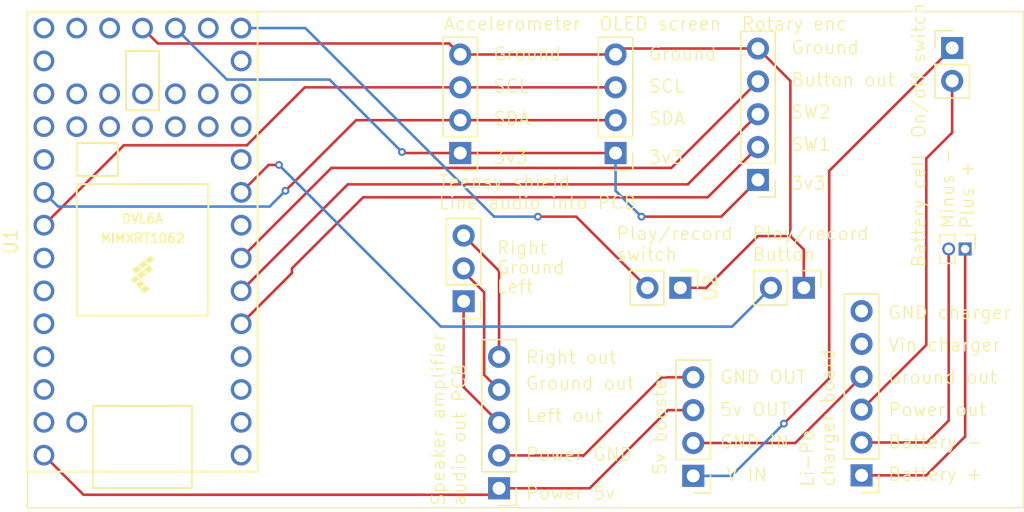
<source format=kicad_pcb>
(kicad_pcb (version 20240108) (generator "pcbnew") (generator_version "8.0")
  (layers (0 "F.Cu" signal) (31 "B.Cu" signal) (34 "B.Paste" user) (35 "F.Paste" user) (36 "B.SilkS" user "B.Silkscreen") (37 "F.SilkS" user "F.Silkscreen") (38 "B.Mask" user) (39 "F.Mask" user) (44 "Edge.Cuts" user))
  (net 0 "")
  (net 1 "Net-(BT1-+)")
  (net 2 "Net-(BT1--)")
  (net 3 "Net-(U1-7_RX2_OUT1A)")
  (net 37 "Net-(5v_booster1-5V_out)")
  (net 38 "Net-(5v_booster1-GND_out)")
  (net 39 "Net-(5v_booster1-GND_in)")
  (net 40 "Net-(5v_booster1-V_in)")
  (net 41 "Net-(Accel1-SCL)")
  (net 42 "Net-(Accel1-3V3)")
  (net 43 "Net-(Accel1-SDA)")
  (net 44 "Net-(Accel1-GND)")
  (net 45 "Net-(AudioLine1-Right)")
  (net 46 "Net-(AudioLine1-Left)")
  (net 47 "Net-(AudioLine1-Ground)")
  (net 48 "Net-(Charger1-Vout)")
  (net 51 "Net-(Rotary1-BTN)")
  (net 52 "Net-(Rotary1-SW1)")
  (net 53 "Net-(Rotary1-SW2)")
  (net 54 "Net-(U1-12_MISO_MQSL)")
  (footprint "Connector_PinHeader_1.27mm:PinHeader_1x02_P1.27mm_Vertical" (layer "F.Cu") (at 205 89.5 -90)
    (property "Reference" "BT1" (hide yes))
    (property "Value" "Battery_Cell" (hide yes))
    (fp_line (start -1.11 1.965) (end -0.30753 1.965) (stroke (width 0.12)) (layer "F.SilkS"))
    (fp_line (start 0.30753 1.965) (end 1.11 1.965) (stroke (width 0.12)) (layer "F.SilkS"))
    (fp_line (start -1.11 0.76) (end -1.11 1.965) (stroke (width 0.12)) (layer "F.SilkS"))
    (fp_line (start -1.11 0.76) (end -0.563471 0.76) (stroke (width 0.12)) (layer "F.SilkS"))
    (fp_line (start 0.563471 0.76) (end 1.11 0.76) (stroke (width 0.12)) (layer "F.SilkS"))
    (fp_line (start 1.11 0.76) (end 1.11 1.965) (stroke (width 0.12)) (layer "F.SilkS"))
    (fp_line (start -1.11 0) (end -1.11 -0.76) (stroke (width 0.12)) (layer "F.SilkS"))
    (fp_line (start -1.11 -0.76) (end 0 -0.76) (stroke (width 0.12)) (layer "F.SilkS"))
    (pad "1" thru_hole rect (at 0 0 270) (size 1 1) (drill 0.65) (layers "*.Cu" "*.Mask") (net 1 "Net-(BT1-+)"))
    (pad "2" thru_hole oval (at 0 1.27 270) (size 1 1) (drill 0.65) (layers "*.Cu" "*.Mask") (net 2 "Net-(BT1--)"))
  )
  (footprint "Connector_PinHeader_2.54mm:PinHeader_1x05_P2.54mm_Vertical" (layer "F.Cu") (at 169 108 180)
    (property "Reference" "Speakeramp1" (hide yes))
    (property "Value" "~")
    (fp_line (start 1.33 1.27) (end 1.33 11.49) (stroke (width 0.12)) (layer "F.SilkS"))
    (fp_line (start -1.33 11.49) (end 1.33 11.49) (stroke (width 0.12)) (layer "F.SilkS"))
    (fp_line (start -1.33 1.27) (end 1.33 1.27) (stroke (width 0.12)) (layer "F.SilkS"))
    (fp_line (start -1.33 1.27) (end -1.33 11.49) (stroke (width 0.12)) (layer "F.SilkS"))
    (fp_line (start -1.33 0) (end -1.33 -1.33) (stroke (width 0.12)) (layer "F.SilkS"))
    (fp_line (start -1.33 -1.33) (end 0 -1.33) (stroke (width 0.12)) (layer "F.SilkS"))
    (pad "1" thru_hole rect (at 0 0 180) (size 1.7 1.7) (drill 1) (layers "*.Cu" "*.Mask") (net 37 "Net-(5v_booster1-5V_out)"))
    (pad "2" thru_hole oval (at 0 2.54 180) (size 1.7 1.7) (drill 1) (layers "*.Cu" "*.Mask") (net 38 "Net-(5v_booster1-GND_out)"))
    (pad "3" thru_hole oval (at 0 5.08 180) (size 1.7 1.7) (drill 1) (layers "*.Cu" "*.Mask") (net 46 "Net-(AudioLine1-Left)"))
    (pad "4" thru_hole oval (at 0 7.62 180) (size 1.7 1.7) (drill 1) (layers "*.Cu" "*.Mask") (net 47 "Net-(AudioLine1-Ground)"))
    (pad "5" thru_hole oval (at 0 10.16 180) (size 1.7 1.7) (drill 1) (layers "*.Cu" "*.Mask") (net 45 "Net-(AudioLine1-Right)"))
  )
  (footprint "Connector_PinHeader_2.54mm:PinHeader_1x04_P2.54mm_Vertical" (layer "F.Cu") (at 178 82.08 180)
    (property "Reference" "OLED1" (hide yes))
    (property "Value" "~")
    (fp_line (start 1.33 1.27) (end 1.33 8.95) (stroke (width 0.12)) (layer "F.SilkS"))
    (fp_line (start -1.33 8.95) (end 1.33 8.95) (stroke (width 0.12)) (layer "F.SilkS"))
    (fp_line (start -1.33 1.27) (end 1.33 1.27) (stroke (width 0.12)) (layer "F.SilkS"))
    (fp_line (start -1.33 1.27) (end -1.33 8.95) (stroke (width 0.12)) (layer "F.SilkS"))
    (fp_line (start -1.33 0) (end -1.33 -1.33) (stroke (width 0.12)) (layer "F.SilkS"))
    (fp_line (start -1.33 -1.33) (end 0 -1.33) (stroke (width 0.12)) (layer "F.SilkS"))
    (pad "1" thru_hole rect (at 0 0 180) (size 1.7 1.7) (drill 1) (layers "*.Cu" "*.Mask") (net 42 "Net-(Accel1-3V3)"))
    (pad "2" thru_hole oval (at 0 2.54 180) (size 1.7 1.7) (drill 1) (layers "*.Cu" "*.Mask") (net 43 "Net-(Accel1-SDA)"))
    (pad "3" thru_hole oval (at 0 5.08 180) (size 1.7 1.7) (drill 1) (layers "*.Cu" "*.Mask") (net 41 "Net-(Accel1-SCL)"))
    (pad "4" thru_hole oval (at 0 7.62 180) (size 1.7 1.7) (drill 1) (layers "*.Cu" "*.Mask") (net 44 "Net-(Accel1-GND)"))
  )
  (footprint "Connector_PinHeader_2.54mm:PinHeader_1x04_P2.54mm_Vertical" (layer "F.Cu") (at 166 82.08 180)
    (property "Reference" "Accel1" (hide yes))
    (property "Value" "~")
    (fp_line (start 1.33 1.27) (end 1.33 8.95) (stroke (width 0.12)) (layer "F.SilkS"))
    (fp_line (start -1.33 8.95) (end 1.33 8.95) (stroke (width 0.12)) (layer "F.SilkS"))
    (fp_line (start -1.33 1.27) (end 1.33 1.27) (stroke (width 0.12)) (layer "F.SilkS"))
    (fp_line (start -1.33 1.27) (end -1.33 8.95) (stroke (width 0.12)) (layer "F.SilkS"))
    (fp_line (start -1.33 0) (end -1.33 -1.33) (stroke (width 0.12)) (layer "F.SilkS"))
    (fp_line (start -1.33 -1.33) (end 0 -1.33) (stroke (width 0.12)) (layer "F.SilkS"))
    (pad "1" thru_hole rect (at 0 0 180) (size 1.7 1.7) (drill 1) (layers "*.Cu" "*.Mask") (net 42 "Net-(Accel1-3V3)"))
    (pad "2" thru_hole oval (at 0 2.54 180) (size 1.7 1.7) (drill 1) (layers "*.Cu" "*.Mask") (net 43 "Net-(Accel1-SDA)"))
    (pad "3" thru_hole oval (at 0 5.08 180) (size 1.7 1.7) (drill 1) (layers "*.Cu" "*.Mask") (net 41 "Net-(Accel1-SCL)"))
    (pad "4" thru_hole oval (at 0 7.62 180) (size 1.7 1.7) (drill 1) (layers "*.Cu" "*.Mask") (net 44 "Net-(Accel1-GND)"))
  )
  (footprint "Connector_PinHeader_2.54mm:PinHeader_1x02_P2.54mm_Vertical" (layer "F.Cu") (at 204 73.96)
    (property "Reference" "ON/OFF_SW1" (hide yes))
    (property "Value" "onoff_sw")
    (fp_line (start -1.33 -1.33) (end 0 -1.33) (stroke (width 0.12)) (layer "F.SilkS"))
    (fp_line (start -1.33 0) (end -1.33 -1.33) (stroke (width 0.12)) (layer "F.SilkS"))
    (fp_line (start -1.33 1.27) (end -1.33 3.87) (stroke (width 0.12)) (layer "F.SilkS"))
    (fp_line (start -1.33 1.27) (end 1.33 1.27) (stroke (width 0.12)) (layer "F.SilkS"))
    (fp_line (start -1.33 3.87) (end 1.33 3.87) (stroke (width 0.12)) (layer "F.SilkS"))
    (fp_line (start 1.33 1.27) (end 1.33 3.87) (stroke (width 0.12)) (layer "F.SilkS"))
    (pad "1" thru_hole rect (at 0 0) (size 1.7 1.7) (drill 1) (layers "*.Cu" "*.Mask") (net 40 "Net-(5v_booster1-V_in)"))
    (pad "2" thru_hole oval (at 0 2.54) (size 1.7 1.7) (drill 1) (layers "*.Cu" "*.Mask") (net 48 "Net-(Charger1-Vout)"))
  )
  (footprint "Connector_PinHeader_2.54mm:PinHeader_1x03_P2.54mm_Vertical" (layer "F.Cu") (at 166.265 93.54 180)
    (property "Reference" "AudioLine1" (hide yes))
    (property "Value" "~")
    (fp_line (start 1.33 1.27) (end 1.33 6.41) (stroke (width 0.12)) (layer "F.SilkS"))
    (fp_line (start -1.33 6.41) (end 1.33 6.41) (stroke (width 0.12)) (layer "F.SilkS"))
    (fp_line (start -1.33 1.27) (end 1.33 1.27) (stroke (width 0.12)) (layer "F.SilkS"))
    (fp_line (start -1.33 1.27) (end -1.33 6.41) (stroke (width 0.12)) (layer "F.SilkS"))
    (fp_line (start -1.33 0) (end -1.33 -1.33) (stroke (width 0.12)) (layer "F.SilkS"))
    (fp_line (start -1.33 -1.33) (end 0 -1.33) (stroke (width 0.12)) (layer "F.SilkS"))
    (pad "1" thru_hole rect (at 0 0 180) (size 1.7 1.7) (drill 1) (layers "*.Cu" "*.Mask") (net 46 "Net-(AudioLine1-Left)"))
    (pad "2" thru_hole oval (at 0 2.54 180) (size 1.7 1.7) (drill 1) (layers "*.Cu" "*.Mask") (net 47 "Net-(AudioLine1-Ground)"))
    (pad "3" thru_hole oval (at 0 5.08 180) (size 1.7 1.7) (drill 1) (layers "*.Cu" "*.Mask") (net 45 "Net-(AudioLine1-Right)"))
  )
  (footprint "Connector_PinHeader_2.54mm:PinHeader_1x05_P2.54mm_Vertical" (layer "F.Cu") (at 189 84.16 180)
    (property "Reference" "Rotary1" (hide yes))
    (property "Value" "~")
    (fp_line (start 1.33 1.27) (end 1.33 11.49) (stroke (width 0.12)) (layer "F.SilkS"))
    (fp_line (start -1.33 11.49) (end 1.33 11.49) (stroke (width 0.12)) (layer "F.SilkS"))
    (fp_line (start -1.33 1.27) (end 1.33 1.27) (stroke (width 0.12)) (layer "F.SilkS"))
    (fp_line (start -1.33 1.27) (end -1.33 11.49) (stroke (width 0.12)) (layer "F.SilkS"))
    (fp_line (start -1.33 0) (end -1.33 -1.33) (stroke (width 0.12)) (layer "F.SilkS"))
    (fp_line (start -1.33 -1.33) (end 0 -1.33) (stroke (width 0.12)) (layer "F.SilkS"))
    (pad "1" thru_hole rect (at 0 0 180) (size 1.7 1.7) (drill 1) (layers "*.Cu" "*.Mask") (net 42 "Net-(Accel1-3V3)"))
    (pad "2" thru_hole oval (at 0 2.54 180) (size 1.7 1.7) (drill 1) (layers "*.Cu" "*.Mask") (net 52 "Net-(Rotary1-SW1)"))
    (pad "3" thru_hole oval (at 0 5.08 180) (size 1.7 1.7) (drill 1) (layers "*.Cu" "*.Mask") (net 53 "Net-(Rotary1-SW2)"))
    (pad "4" thru_hole oval (at 0 7.62 180) (size 1.7 1.7) (drill 1) (layers "*.Cu" "*.Mask") (net 51 "Net-(Rotary1-BTN)"))
    (pad "5" thru_hole oval (at 0 10.16 180) (size 1.7 1.7) (drill 1) (layers "*.Cu" "*.Mask") (net 44 "Net-(Accel1-GND)"))
  )
  (footprint "teensy.pretty-master:Teensy40" (layer "F.Cu") (at 141.46 88.93 90)
    (property "Reference" "U1" (at 0 -10.16 -90) (layer "F.SilkS"))
    (property "Value" "Teensy4.0")
    (fp_line (start 17.78 -8.89) (end 17.78 8.89) (stroke (width 0.15)) (layer "F.SilkS"))
    (fp_line (start -17.78 -8.89) (end 17.78 -8.89) (stroke (width 0.15)) (layer "F.SilkS"))
    (fp_line (start 7.62 -5.08) (end 7.62 -1.905) (stroke (width 0.15)) (layer "F.SilkS"))
    (fp_line (start 5.08 -5.08) (end 7.62 -5.08) (stroke (width 0.15)) (layer "F.SilkS"))
    (fp_line (start 4.445 -5.08) (end -5.715 -5.08) (stroke (width 0.15)) (layer "F.SilkS"))
    (fp_line (start -5.715 -5.08) (end -5.715 5.08) (stroke (width 0.15)) (layer "F.SilkS"))
    (fp_line (start -12.7 -3.81) (end -17.78 -3.81) (stroke (width 0.15)) (layer "F.SilkS"))
    (fp_line (start -19.05 -3.81) (end -17.78 -3.81) (stroke (width 0.15)) (layer "F.SilkS"))
    (fp_line (start 7.62 -1.905) (end 5.08 -1.905) (stroke (width 0.15)) (layer "F.SilkS"))
    (fp_line (start 5.08 -1.905) (end 5.08 -5.08) (stroke (width 0.15)) (layer "F.SilkS"))
    (fp_line (start 14.732 -1.27) (end 14.732 1.27) (stroke (width 0.15)) (layer "F.SilkS"))
    (fp_line (start 10.16 -1.27) (end 14.732 -1.27) (stroke (width 0.15)) (layer "F.SilkS"))
    (fp_line (start 14.732 1.27) (end 10.16 1.27) (stroke (width 0.15)) (layer "F.SilkS"))
    (fp_line (start 10.16 1.27) (end 10.16 -1.27) (stroke (width 0.15)) (layer "F.SilkS"))
    (fp_line (start -12.7 3.81) (end -12.7 -3.81) (stroke (width 0.15)) (layer "F.SilkS"))
    (fp_line (start -12.7 3.81) (end -17.78 3.81) (stroke (width 0.15)) (layer "F.SilkS"))
    (fp_line (start -17.78 3.81) (end -19.05 3.81) (stroke (width 0.15)) (layer "F.SilkS"))
    (fp_line (start -19.05 3.81) (end -19.05 -3.81) (stroke (width 0.15)) (layer "F.SilkS"))
    (fp_line (start 4.445 5.08) (end 4.445 -5.08) (stroke (width 0.15)) (layer "F.SilkS"))
    (fp_line (start 4.445 5.08) (end -5.715 5.08) (stroke (width 0.15)) (layer "F.SilkS"))
    (fp_line (start 17.78 8.89) (end -17.78 8.89) (stroke (width 0.15)) (layer "F.SilkS"))
    (fp_line (start -17.78 8.89) (end -17.78 -8.89) (stroke (width 0.15)) (layer "F.SilkS"))
    (fp_poly (pts (xy -3.175 -0.635) (xy -2.921 -0.889) (xy -2.667 -0.508) (xy -2.921 -0.254)) (stroke (width 0.1)) (fill solid) (layer "F.SilkS"))
    (fp_poly (pts (xy -2.413 -0.508) (xy -2.159 -0.762) (xy -1.905 -0.381) (xy -2.159 -0.127)) (stroke (width 0.1)) (fill solid) (layer "F.SilkS"))
    (fp_poly (pts (xy -3.556 -0.254) (xy -3.302 -0.508) (xy -3.048 -0.127) (xy -3.302 0.127)) (stroke (width 0.1)) (fill solid) (layer "F.SilkS"))
    (fp_poly (pts (xy -2.794 -0.127) (xy -2.54 -0.381) (xy -2.286 0) (xy -2.54 0.254)) (stroke (width 0.1)) (fill solid) (layer "F.SilkS"))
    (fp_poly (pts (xy -2.032 0) (xy -1.778 -0.254) (xy -1.524 0.127) (xy -1.778 0.381)) (stroke (width 0.1)) (fill solid) (layer "F.SilkS"))
    (fp_poly (pts (xy -3.937 0.127) (xy -3.683 -0.127) (xy -3.429 0.254) (xy -3.683 0.508)) (stroke (width 0.1)) (fill solid) (layer "F.SilkS"))
    (fp_poly (pts (xy -2.413 0.381) (xy -2.159 0.127) (xy -1.905 0.508) (xy -2.159 0.762)) (stroke (width 0.1)) (fill solid) (layer "F.SilkS"))
    (fp_poly (pts (xy -1.651 0.508) (xy -1.397 0.254) (xy -1.143 0.635) (xy -1.397 0.889)) (stroke (width 0.1)) (fill solid) (layer "F.SilkS"))
    (fp_text user "DVL6A" (at 1.778 0 0) (layer "F.SilkS") (effects (font (size 0.7 0.7))))
    (fp_text user "MIMXRT1062" (at 0.254 0 0) (layer "F.SilkS") (effects (font (size 0.7 0.7))))
    (pad "1" thru_hole circle (at -16.51 7.62 90) (size 1.6 1.6) (drill 1.1) (layers "*.Cu" "*.Mask"))
    (pad "2" thru_hole circle (at -13.97 7.62 90) (size 1.6 1.6) (drill 1.1) (layers "*.Cu" "*.Mask"))
    (pad "3" thru_hole circle (at -11.43 7.62 90) (size 1.6 1.6) (drill 1.1) (layers "*.Cu" "*.Mask"))
    (pad "4" thru_hole circle (at -8.89 7.62 90) (size 1.6 1.6) (drill 1.1) (layers "*.Cu" "*.Mask"))
    (pad "5" thru_hole circle (at -6.35 7.62 90) (size 1.6 1.6) (drill 1.1) (layers "*.Cu" "*.Mask") (net 52 "Net-(Rotary1-SW1)"))
    (pad "6" thru_hole circle (at -3.81 7.62 90) (size 1.6 1.6) (drill 1.1) (layers "*.Cu" "*.Mask") (net 53 "Net-(Rotary1-SW2)"))
    (pad "7" thru_hole circle (at -1.27 7.62 90) (size 1.6 1.6) (drill 1.1) (layers "*.Cu" "*.Mask") (net 51 "Net-(Rotary1-BTN)"))
    (pad "8" thru_hole circle (at 1.27 7.62 90) (size 1.6 1.6) (drill 1.1) (layers "*.Cu" "*.Mask"))
    (pad "9" thru_hole circle (at 3.81 7.62 90) (size 1.6 1.6) (drill 1.1) (layers "*.Cu" "*.Mask") (net 3 "Net-(U1-7_RX2_OUT1A)"))
    (pad "10" thru_hole circle (at 6.35 7.62 90) (size 1.6 1.6) (drill 1.1) (layers "*.Cu" "*.Mask"))
    (pad "11" thru_hole circle (at 8.89 7.62 90) (size 1.6 1.6) (drill 1.1) (layers "*.Cu" "*.Mask"))
    (pad "12" thru_hole circle (at 11.43 7.62 90) (size 1.6 1.6) (drill 1.1) (layers "*.Cu" "*.Mask"))
    (pad "13" thru_hole circle (at 13.97 7.62 90) (size 1.6 1.6) (drill 1.1) (layers "*.Cu" "*.Mask"))
    (pad "14" thru_hole circle (at 16.51 7.62 90) (size 1.6 1.6) (drill 1.1) (layers "*.Cu" "*.Mask") (net 54 "Net-(U1-12_MISO_MQSL)"))
    (pad "15" thru_hole circle (at 16.51 5.08 90) (size 1.6 1.6) (drill 1.1) (layers "*.Cu" "*.Mask"))
    (pad "16" thru_hole circle (at 16.51 2.54 90) (size 1.6 1.6) (drill 1.1) (layers "*.Cu" "*.Mask") (net 42 "Net-(Accel1-3V3)"))
    (pad "17" thru_hole circle (at 16.51 0 90) (size 1.6 1.6) (drill 1.1) (layers "*.Cu" "*.Mask") (net 44 "Net-(Accel1-GND)"))
    (pad "18" thru_hole circle (at 16.51 -2.54 90) (size 1.6 1.6) (drill 1.1) (layers "*.Cu" "*.Mask"))
    (pad "19" thru_hole circle (at 16.51 -5.08 90) (size 1.6 1.6) (drill 1.1) (layers "*.Cu" "*.Mask"))
    (pad "20" thru_hole circle (at 16.51 -7.62 90) (size 1.6 1.6) (drill 1.1) (layers "*.Cu" "*.Mask"))
    (pad "21" thru_hole circle (at 13.97 -7.62 90) (size 1.6 1.6) (drill 1.1) (layers "*.Cu" "*.Mask"))
    (pad "22" thru_hole circle (at 11.43 -7.62 90) (size 1.6 1.6) (drill 1.1) (layers "*.Cu" "*.Mask"))
    (pad "23" thru_hole circle (at 8.89 -7.62 90) (size 1.6 1.6) (drill 1.1) (layers "*.Cu" "*.Mask"))
    (pad "24" thru_hole circle (at 6.35 -7.62 90) (size 1.6 1.6) (drill 1.1) (layers "*.Cu" "*.Mask"))
    (pad "25" thru_hole circle (at 3.81 -7.62 90) (size 1.6 1.6) (drill 1.1) (layers "*.Cu" "*.Mask") (net 43 "Net-(Accel1-SDA)"))
    (pad "26" thru_hole circle (at 1.27 -7.62 90) (size 1.6 1.6) (drill 1.1) (layers "*.Cu" "*.Mask") (net 41 "Net-(Accel1-SCL)"))
    (pad "27" thru_hole circle (at -1.27 -7.62 90) (size 1.6 1.6) (drill 1.1) (layers "*.Cu" "*.Mask"))
    (pad "28" thru_hole circle (at -3.81 -7.62 90) (size 1.6 1.6) (drill 1.1) (layers "*.Cu" "*.Mask"))
    (pad "29" thru_hole circle (at -6.35 -7.62 90) (size 1.6 1.6) (drill 1.1) (layers "*.Cu" "*.Mask"))
    (pad "30" thru_hole circle (at -8.89 -7.62 90) (size 1.6 1.6) (drill 1.1) (layers "*.Cu" "*.Mask"))
    (pad "31" thru_hole circle (at -11.43 -7.62 90) (size 1.6 1.6) (drill 1.1) (layers "*.Cu" "*.Mask"))
    (pad "32" thru_hole circle (at -13.97 -7.62 90) (size 1.6 1.6) (drill 1.1) (layers "*.Cu" "*.Mask") (net 38 "Net-(5v_booster1-GND_out)"))
    (pad "33" thru_hole circle (at -16.51 -7.62 90) (size 1.6 1.6) (drill 1.1) (layers "*.Cu" "*.Mask") (net 37 "Net-(5v_booster1-5V_out)"))
    (pad "34" thru_hole circle (at -13.97 -5.08 90) (size 1.6 1.6) (drill 1.1) (layers "*.Cu" "*.Mask"))
    (pad "35" thru_hole circle (at 11.43 -5.08 90) (size 1.6 1.6) (drill 1.1) (layers "*.Cu" "*.Mask"))
    (pad "36" thru_hole circle (at 8.89 -5.08 90) (size 1.6 1.6) (drill 1.1) (layers "*.Cu" "*.Mask"))
    (pad "37" thru_hole circle (at 11.43 -2.54 90) (size 1.6 1.6) (drill 1.1) (layers "*.Cu" "*.Mask"))
    (pad "38" thru_hole circle (at 8.89 -2.54 90) (size 1.6 1.6) (drill 1.1) (layers "*.Cu" "*.Mask"))
    (pad "39" thru_hole circle (at 11.43 0 90) (size 1.6 1.6) (drill 1.1) (layers "*.Cu" "*.Mask"))
    (pad "40" thru_hole circle (at 8.89 0 90) (size 1.6 1.6) (drill 1.1) (layers "*.Cu" "*.Mask"))
    (pad "41" thru_hole circle (at 11.43 2.54 90) (size 1.6 1.6) (drill 1.1) (layers "*.Cu" "*.Mask"))
    (pad "42" thru_hole circle (at 8.89 2.54 90) (size 1.6 1.6) (drill 1.1) (layers "*.Cu" "*.Mask"))
    (pad "43" thru_hole circle (at 11.43 5.08 90) (size 1.6 1.6) (drill 1.1) (layers "*.Cu" "*.Mask"))
    (pad "44" thru_hole circle (at 8.89 5.08 90) (size 1.6 1.6) (drill 1.1) (layers "*.Cu" "*.Mask"))
  )
  (footprint "Connector_PinHeader_2.54mm:PinHeader_1x02_P2.54mm_Vertical" (layer "F.Cu") (at 192.54 92.5 -90)
    (property "Reference" "Record_btn1" (hide yes))
    (property "Value" "rec_btn")
    (fp_line (start -1.33 3.87) (end 1.33 3.87) (stroke (width 0.12)) (layer "F.SilkS"))
    (fp_line (start -1.33 1.27) (end -1.33 3.87) (stroke (width 0.12)) (layer "F.SilkS"))
    (fp_line (start -1.33 1.27) (end 1.33 1.27) (stroke (width 0.12)) (layer "F.SilkS"))
    (fp_line (start 1.33 1.27) (end 1.33 3.87) (stroke (width 0.12)) (layer "F.SilkS"))
    (fp_line (start -1.33 0) (end -1.33 -1.33) (stroke (width 0.12)) (layer "F.SilkS"))
    (fp_line (start -1.33 -1.33) (end 0 -1.33) (stroke (width 0.12)) (layer "F.SilkS"))
    (pad "1" thru_hole rect (at 0 0 270) (size 1.7 1.7) (drill 1) (layers "*.Cu" "*.Mask") (net 44 "Net-(Accel1-GND)"))
    (pad "2" thru_hole oval (at 0 2.54 270) (size 1.7 1.7) (drill 1) (layers "*.Cu" "*.Mask") (net 3 "Net-(U1-7_RX2_OUT1A)"))
  )
  (footprint "Connector_PinHeader_2.54mm:PinHeader_1x02_P2.54mm_Vertical" (layer "F.Cu") (at 183 92.5 -90)
    (property "Reference" "U2" (at 0 -2.33 90) (layer "F.SilkS"))
    (property "Value" "~")
    (fp_line (start -1.33 3.87) (end 1.33 3.87) (stroke (width 0.12)) (layer "F.SilkS"))
    (fp_line (start -1.33 1.27) (end -1.33 3.87) (stroke (width 0.12)) (layer "F.SilkS"))
    (fp_line (start -1.33 1.27) (end 1.33 1.27) (stroke (width 0.12)) (layer "F.SilkS"))
    (fp_line (start 1.33 1.27) (end 1.33 3.87) (stroke (width 0.12)) (layer "F.SilkS"))
    (fp_line (start -1.33 0) (end -1.33 -1.33) (stroke (width 0.12)) (layer "F.SilkS"))
    (fp_line (start -1.33 -1.33) (end 0 -1.33) (stroke (width 0.12)) (layer "F.SilkS"))
    (pad "1" thru_hole rect (at 0 0 270) (size 1.7 1.7) (drill 1) (layers "*.Cu" "*.Mask") (net 44 "Net-(Accel1-GND)"))
    (pad "2" thru_hole oval (at 0 2.54 270) (size 1.7 1.7) (drill 1) (layers "*.Cu" "*.Mask") (net 54 "Net-(U1-12_MISO_MQSL)"))
  )
  (footprint "Connector_PinHeader_2.54mm:PinHeader_1x04_P2.54mm_Vertical" (layer "F.Cu") (at 184 107.04 180)
    (property "Reference" "5v_booster1" (hide yes))
    (property "Value" "~")
    (fp_line (start 1.33 1.27) (end 1.33 8.95) (stroke (width 0.12)) (layer "F.SilkS"))
    (fp_line (start -1.33 8.95) (end 1.33 8.95) (stroke (width 0.12)) (layer "F.SilkS"))
    (fp_line (start -1.33 1.27) (end 1.33 1.27) (stroke (width 0.12)) (layer "F.SilkS"))
    (fp_line (start -1.33 1.27) (end -1.33 8.95) (stroke (width 0.12)) (layer "F.SilkS"))
    (fp_line (start -1.33 0) (end -1.33 -1.33) (stroke (width 0.12)) (layer "F.SilkS"))
    (fp_line (start -1.33 -1.33) (end 0 -1.33) (stroke (width 0.12)) (layer "F.SilkS"))
    (pad "1" thru_hole rect (at 0 0 180) (size 1.7 1.7) (drill 1) (layers "*.Cu" "*.Mask") (net 40 "Net-(5v_booster1-V_in)"))
    (pad "2" thru_hole oval (at 0 2.54 180) (size 1.7 1.7) (drill 1) (layers "*.Cu" "*.Mask") (net 39 "Net-(5v_booster1-GND_in)"))
    (pad "3" thru_hole oval (at 0 5.08 180) (size 1.7 1.7) (drill 1) (layers "*.Cu" "*.Mask") (net 37 "Net-(5v_booster1-5V_out)"))
    (pad "4" thru_hole oval (at 0 7.62 180) (size 1.7 1.7) (drill 1) (layers "*.Cu" "*.Mask") (net 38 "Net-(5v_booster1-GND_out)"))
  )
  (footprint "Connector_PinHeader_2.54mm:PinHeader_1x06_P2.54mm_Vertical" (layer "F.Cu") (at 197 107 180)
    (property "Reference" "Charger1" (hide yes))
    (property "Value" "~")
    (fp_line (start 1.33 1.27) (end 1.33 14.03) (stroke (width 0.12)) (layer "F.SilkS"))
    (fp_line (start -1.33 14.03) (end 1.33 14.03) (stroke (width 0.12)) (layer "F.SilkS"))
    (fp_line (start -1.33 1.27) (end 1.33 1.27) (stroke (width 0.12)) (layer "F.SilkS"))
    (fp_line (start -1.33 1.27) (end -1.33 14.03) (stroke (width 0.12)) (layer "F.SilkS"))
    (fp_line (start -1.33 0) (end -1.33 -1.33) (stroke (width 0.12)) (layer "F.SilkS"))
    (fp_line (start -1.33 -1.33) (end 0 -1.33) (stroke (width 0.12)) (layer "F.SilkS"))
    (pad "1" thru_hole rect (at 0 0 180) (size 1.7 1.7) (drill 1) (layers "*.Cu" "*.Mask") (net 1 "Net-(BT1-+)"))
    (pad "2" thru_hole oval (at 0 2.54 180) (size 1.7 1.7) (drill 1) (layers "*.Cu" "*.Mask") (net 2 "Net-(BT1--)"))
    (pad "3" thru_hole oval (at 0 5.08 180) (size 1.7 1.7) (drill 1) (layers "*.Cu" "*.Mask") (net 48 "Net-(Charger1-Vout)"))
    (pad "4" thru_hole oval (at 0 7.62 180) (size 1.7 1.7) (drill 1) (layers "*.Cu" "*.Mask") (net 39 "Net-(5v_booster1-GND_in)"))
    (pad "5" thru_hole oval (at 0 10.16 180) (size 1.7 1.7) (drill 1) (layers "*.Cu" "*.Mask"))
    (pad "6" thru_hole oval (at 0 12.7 180) (size 1.7 1.7) (drill 1) (layers "*.Cu" "*.Mask"))
  )
  (gr_rect (start 132.57 71.15) (end 209.5 109.5) (stroke (width 0.1)) (fill none) (layer "F.SilkS"))
  (gr_text "Left out" (at 171 102.96 0) (layer "F.SilkS") (effects (font (size 1 1) (thickness 0.1)) (justify left bottom)))
  (gr_text "5v booster" (at 182 107.04 90) (layer "F.SilkS") (effects (font (size 1 1) (thickness 0.1)) (justify left bottom)))
  (gr_text "Ground" (at 168.765 91.5 0) (layer "F.SilkS") (effects (font (size 1 1) (thickness 0.1)) (justify left bottom)))
  (gr_text "Ground out" (at 199 100 0) (layer "F.SilkS") (effects (font (size 1 1) (thickness 0.1)) (justify left bottom)))
  (gr_text "V IN" (at 186.5 107.54 0) (layer "F.SilkS") (effects (font (size 1 1) (thickness 0.1)) (justify left bottom)))
  (gr_text "Plus +" (at 205.73 88 90) (layer "F.SilkS") (effects (font (size 1 1) (thickness 0.1)) (justify left bottom)))
  (gr_text "Teensy shield\nLine audio into PCB" (at 164.265 86.5 0) (layer "F.SilkS") (effects (font (size 1 1) (thickness 0.1)) (justify left bottom)))
  (gr_text "Ground out" (at 171 100.46 0) (layer "F.SilkS") (effects (font (size 1 1) (thickness 0.1)) (justify left bottom)))
  (gr_text "Ground" (at 180.5 75 0) (layer "F.SilkS") (effects (font (size 1 1) (thickness 0.1)) (justify left bottom)))
  (gr_text "Battery -" (at 199 105 0) (layer "F.SilkS") (effects (font (size 1 1) (thickness 0.1)) (justify left bottom)))
  (gr_text "Vin charger" (at 199 97.5 0) (layer "F.SilkS") (effects (font (size 1 1) (thickness 0.1)) (justify left bottom)))
  (gr_text "3v3" (at 180.5 83 0) (layer "F.SilkS") (effects (font (size 1 1) (thickness 0.1)) (justify left bottom)))
  (gr_text "OLED screen" (at 176.67 72.67 0) (layer "F.SilkS") (effects (font (size 1 1) (thickness 0.1)) (justify left bottom)))
  (gr_text "Power 5v" (at 171 108.96 0) (layer "F.SilkS") (effects (font (size 1 1) (thickness 0.1)) (justify left bottom)))
  (gr_text "Rotary enc" (at 187.67 72.67 0) (layer "F.SilkS") (effects (font (size 1 1) (thickness 0.1)) (justify left bottom)))
  (gr_text "Button out" (at 191.5 77 0) (layer "F.SilkS") (effects (font (size 1 1) (thickness 0.1)) (justify left bottom)))
  (gr_text "Accelerometer" (at 164.67 72.67 0) (layer "F.SilkS") (effects (font (size 1 1) (thickness 0.1)) (justify left bottom)))
  (gr_text "Right" (at 168.765 90 0) (layer "F.SilkS") (effects (font (size 1 1) (thickness 0.1)) (justify left bottom)))
  (gr_text "Battery cell" (at 202 91 90) (layer "F.SilkS") (effects (font (size 1 1) (thickness 0.1)) (justify left bottom)))
  (gr_text "Play/record\nswitch" (at 178 90.5 0) (layer "F.SilkS") (effects (font (size 1 1) (thickness 0.1)) (justify left bottom)))
  (gr_text "3v3" (at 168.5 83 0) (layer "F.SilkS") (effects (font (size 1 1) (thickness 0.1)) (justify left bottom)))
  (gr_text "Minus -" (at 204.23 88 90) (layer "F.SilkS") (effects (font (size 1 1) (thickness 0.1)) (justify left bottom)))
  (gr_text "Power out" (at 199 102.5 0) (layer "F.SilkS") (effects (font (size 1 1) (thickness 0.1)) (justify left bottom)))
  (gr_text "Right out" (at 171 98.46 0) (layer "F.SilkS") (effects (font (size 1 1) (thickness 0.1)) (justify left bottom)))
  (gr_text "SW2" (at 191.5 79.5 0) (layer "F.SilkS") (effects (font (size 1 1) (thickness 0.1)) (justify left bottom)))
  (gr_text "GND OUT" (at 186 100 0) (layer "F.SilkS") (effects (font (size 1 1) (thickness 0.1)) (justify left bottom)))
  (gr_text "Speaker amplifier\naudio out PCB" (at 166.5 109.42 90) (layer "F.SilkS") (effects (font (size 1 1) (thickness 0.1)) (justify left bottom)))
  (gr_text "Play/record\nButton" (at 188.5 90.5 0) (layer "F.SilkS") (effects (font (size 1 1) (thickness 0.1)) (justify left bottom)))
  (gr_text "SW1" (at 191.5 82 0) (layer "F.SilkS") (effects (font (size 1 1) (thickness 0.1)) (justify left bottom)))
  (gr_text "5v OUT" (at 186 102.5 0) (layer "F.SilkS") (effects (font (size 1 1) (thickness 0.1)) (justify left bottom)))
  (gr_text "SDA" (at 168.5 80 0) (layer "F.SilkS") (effects (font (size 1 1) (thickness 0.1)) (justify left bottom)))
  (gr_text "GND IN" (at 186 105 0) (layer "F.SilkS") (effects (font (size 1 1) (thickness 0.1)) (justify left bottom)))
  (gr_text "Battery +" (at 199 107.5 0) (layer "F.SilkS") (effects (font (size 1 1) (thickness 0.1)) (justify left bottom)))
  (gr_text "SCL" (at 180.5 77.5 0) (layer "F.SilkS") (effects (font (size 1 1) (thickness 0.1)) (justify left bottom)))
  (gr_text "Li-Po \ncharger board" (at 195 107.96 90) (layer "F.SilkS") (effects (font (size 1 1) (thickness 0.1)) (justify left bottom)))
  (gr_text "Left" (at 168.765 93 0) (layer "F.SilkS") (effects (font (size 1 1) (thickness 0.1)) (justify left bottom)))
  (gr_text "Power GND" (at 171 105.96 0) (layer "F.SilkS") (effects (font (size 1 1) (thickness 0.1)) (justify left bottom)))
  (gr_text "GND charger" (at 199 95 0) (layer "F.SilkS") (effects (font (size 1 1) (thickness 0.1)) (justify left bottom)))
  (gr_text "SDA" (at 180.5 80 0) (layer "F.SilkS") (effects (font (size 1 1) (thickness 0.1)) (justify left bottom)))
  (gr_text "3v3" (at 191.5 85 0) (layer "F.SilkS") (effects (font (size 1 1) (thickness 0.1)) (justify left bottom)))
  (gr_text "Ground" (at 168.5 75 0) (layer "F.SilkS") (effects (font (size 1 1) (thickness 0.1)) (justify left bottom)))
  (gr_text "On/off switch" (at 202 81 90) (layer "F.SilkS") (effects (font (size 1 1) (thickness 0.1)) (justify left bottom)))
  (gr_text "SCL" (at 168.5 77.5 0) (layer "F.SilkS") (effects (font (size 1 1) (thickness 0.1)) (justify left bottom)))
  (gr_text "Ground" (at 191.5 74.5 0) (layer "F.SilkS") (effects (font (size 1 1) (thickness 0.1)) (justify left bottom)))
  (segment (start 197 107) (end 202 107) (width 0.2) (layer "F.Cu") (net 1))
  (segment (start 205 104) (end 205 89.5) (width 0.2) (layer "F.Cu") (net 1))
  (segment (start 202 107) (end 205 104) (width 0.2) (layer "F.Cu") (net 1))
  (segment (start 202.04 104.46) (end 197 104.46) (width 0.2) (layer "F.Cu") (net 2))
  (segment (start 203.73 89.5) (end 203.73 102.77) (width 0.2) (layer "F.Cu") (net 2))
  (segment (start 203.73 102.77) (end 202.04 104.46) (width 0.2) (layer "F.Cu") (net 2))
  (segment (start 151.2 83) (end 152 83) (width 0.2) (layer "F.Cu") (net 3))
  (segment (start 149.08 85.12) (end 151.2 83) (width 0.2) (layer "F.Cu") (net 3))
  (via (at 152 83) (size 0.6) (drill 0.3) (layers "F.Cu" "B.Cu") (net 3))
  (segment (start 164.5 95.5) (end 187 95.5) (width 0.2) (layer "B.Cu") (net 3))
  (segment (start 187 95.5) (end 190 92.5) (width 0.2) (layer "B.Cu") (net 3))
  (segment (start 152 83) (end 164.5 95.5) (width 0.2) (layer "B.Cu") (net 3))
  (segment (start 136.9 108.5) (end 133.84 105.44) (width 0.2) (layer "F.Cu") (net 37))
  (segment (start 182.04 101.96) (end 176 108) (width 0.2) (layer "F.Cu") (net 37))
  (segment (start 176 108) (end 169 108) (width 0.2) (layer "F.Cu") (net 37))
  (segment (start 184 101.96) (end 182.04 101.96) (width 0.2) (layer "F.Cu") (net 37))
  (segment (start 169 108) (end 168.5 108.5) (width 0.2) (layer "F.Cu") (net 37))
  (segment (start 168.5 108.5) (end 136.9 108.5) (width 0.2) (layer "F.Cu") (net 37))
  (segment (start 181.58 99.42) (end 184 99.42) (width 0.2) (layer "F.Cu") (net 38))
  (segment (start 169 105.46) (end 175.46 105.46) (width 0.2) (layer "F.Cu") (net 38))
  (segment (start 175.46 105.46) (end 175.5 105.5) (width 0.2) (layer "F.Cu") (net 38))
  (segment (start 175.5 105.5) (end 181.58 99.42) (width 0.2) (layer "F.Cu") (net 38))
  (segment (start 197 99.38) (end 191.88 104.5) (width 0.2) (layer "F.Cu") (net 39))
  (segment (start 191.88 104.5) (end 184 104.5) (width 0.2) (layer "F.Cu") (net 39))
  (segment (start 194.5 99.5) (end 191 103) (width 0.2) (layer "F.Cu") (net 40))
  (segment (start 204 73.96) (end 194.5 83.46) (width 0.2) (layer "F.Cu") (net 40))
  (segment (start 194.5 83.46) (end 194.5 99.5) (width 0.2) (layer "F.Cu") (net 40))
  (via (at 191 103) (size 0.6) (drill 0.3) (layers "F.Cu" "B.Cu") (net 40))
  (segment (start 191 103) (end 186.96 107.04) (width 0.2) (layer "B.Cu") (net 40))
  (segment (start 186.96 107.04) (end 184 107.04) (width 0.2) (layer "B.Cu") (net 40))
  (segment (start 166 77) (end 154 77) (width 0.2) (layer "F.Cu") (net 41))
  (segment (start 140.02 81.48) (end 133.84 87.66) (width 0.2) (layer "F.Cu") (net 41))
  (segment (start 178 77) (end 166 77) (width 0.2) (layer "F.Cu") (net 41))
  (segment (start 149.52 81.48) (end 140.02 81.48) (width 0.2) (layer "F.Cu") (net 41))
  (segment (start 154 77) (end 149.52 81.48) (width 0.2) (layer "F.Cu") (net 41))
  (segment (start 178 82.08) (end 166 82.08) (width 0.2) (layer "F.Cu") (net 42))
  (segment (start 166 82.08) (end 161.58 82.08) (width 0.2) (layer "F.Cu") (net 42))
  (segment (start 186.16 87) (end 180 87) (width 0.2) (layer "F.Cu") (net 42))
  (segment (start 189 84.16) (end 186.16 87) (width 0.2) (layer "F.Cu") (net 42))
  (segment (start 161.58 82.08) (end 161.5 82) (width 0.2) (layer "F.Cu") (net 42))
  (via (at 180 87) (size 0.6) (drill 0.3) (layers "F.Cu" "B.Cu") (net 42))
  (via (at 161.5 82) (size 0.6) (drill 0.3) (layers "F.Cu" "B.Cu") (net 42))
  (segment (start 161.5 82) (end 155.9 76.4) (width 0.2) (layer "B.Cu") (net 42))
  (segment (start 178 85) (end 178 82.08) (width 0.2) (layer "B.Cu") (net 42))
  (segment (start 147.98 76.4) (end 144 72.42) (width 0.2) (layer "B.Cu") (net 42))
  (segment (start 180 87) (end 178 85) (width 0.2) (layer "B.Cu") (net 42))
  (segment (start 155.9 76.4) (end 147.98 76.4) (width 0.2) (layer "B.Cu") (net 42))
  (segment (start 178 79.54) (end 166 79.54) (width 0.2) (layer "F.Cu") (net 43))
  (segment (start 166 79.54) (end 157.96 79.54) (width 0.2) (layer "F.Cu") (net 43))
  (segment (start 157.96 79.54) (end 152.5 85) (width 0.2) (layer "F.Cu") (net 43))
  (via (at 152.5 85) (size 0.6) (drill 0.3) (layers "F.Cu" "B.Cu") (net 43))
  (segment (start 134.94 86.22) (end 133.84 85.12) (width 0.2) (layer "B.Cu") (net 43))
  (segment (start 151.28 86.22) (end 134.94 86.22) (width 0.2) (layer "B.Cu") (net 43))
  (segment (start 152.5 85) (end 151.28 86.22) (width 0.2) (layer "B.Cu") (net 43))
  (segment (start 178.46 74) (end 178 74.46) (width 0.2) (layer "F.Cu") (net 44))
  (segment (start 183 92.5) (end 185 92.5) (width 0.2) (layer "F.Cu") (net 44))
  (segment (start 166 74.46) (end 178 74.46) (width 0.2) (layer "F.Cu") (net 44))
  (segment (start 189 88.5) (end 191.5 88.5) (width 0.2) (layer "F.Cu") (net 44))
  (segment (start 192.54 89.54) (end 192.54 92.5) (width 0.2) (layer "F.Cu") (net 44))
  (segment (start 191.5 88.5) (end 192.54 89.54) (width 0.2) (layer "F.Cu") (net 44))
  (segment (start 191.5 76.5) (end 189 74) (width 0.2) (layer "F.Cu") (net 44))
  (segment (start 165.15 73.61) (end 142.65 73.61) (width 0.2) (layer "F.Cu") (net 44))
  (segment (start 191.5 88.5) (end 191.5 76.5) (width 0.2) (layer "F.Cu") (net 44))
  (segment (start 189 74) (end 178.46 74) (width 0.2) (layer "F.Cu") (net 44))
  (segment (start 185 92.5) (end 189 88.5) (width 0.2) (layer "F.Cu") (net 44))
  (segment (start 142.65 73.61) (end 141.46 72.42) (width 0.2) (layer "F.Cu") (net 44))
  (segment (start 166 74.46) (end 165.15 73.61) (width 0.2) (layer "F.Cu") (net 44))
  (segment (start 169 91.195) (end 169 97.84) (width 0.2) (layer "F.Cu") (net 45))
  (segment (start 166.265 88.46) (end 169 91.195) (width 0.2) (layer "F.Cu") (net 45))
  (segment (start 166.265 93.54) (end 166.265 100.185) (width 0.2) (layer "F.Cu") (net 46))
  (segment (start 166.265 100.185) (end 169 102.92) (width 0.2) (layer "F.Cu") (net 46))
  (segment (start 166.265 91) (end 166.265 91.265) (width 0.2) (layer "F.Cu") (net 47))
  (segment (start 167.85 92.85) (end 167.85 99.23) (width 0.2) (layer "F.Cu") (net 47))
  (segment (start 167.85 99.23) (end 169 100.38) (width 0.2) (layer "F.Cu") (net 47))
  (segment (start 166.265 91.265) (end 167.85 92.85) (width 0.2) (layer "F.Cu") (net 47))
  (segment (start 197 101.92) (end 202 96.92) (width 0.2) (layer "F.Cu") (net 48))
  (segment (start 202 82.5) (end 204 80.5) (width 0.2) (layer "F.Cu") (net 48))
  (segment (start 204 80.5) (end 204 76.5) (width 0.2) (layer "F.Cu") (net 48))
  (segment (start 202 96.92) (end 202 82.5) (width 0.2) (layer "F.Cu") (net 48))
  (segment (start 182.31 83.23) (end 156.05 83.23) (width 0.2) (layer "F.Cu") (net 51))
  (segment (start 189 76.54) (end 182.31 83.23) (width 0.2) (layer "F.Cu") (net 51))
  (segment (start 156.05 83.23) (end 149.08 90.2) (width 0.2) (layer "F.Cu") (net 51))
  (segment (start 153 91) (end 153 91.36) (width 0.2) (layer "F.Cu") (net 52))
  (segment (start 189 81.62) (end 185.12 85.5) (width 0.2) (layer "F.Cu") (net 52))
  (segment (start 153 91.36) (end 149.08 95.28) (width 0.2) (layer "F.Cu") (net 52))
  (segment (start 185.12 85.5) (end 158.5 85.5) (width 0.2) (layer "F.Cu") (net 52))
  (segment (start 158.5 85.5) (end 153 91) (width 0.2) (layer "F.Cu") (net 52))
  (segment (start 183.58 84.5) (end 157.32 84.5) (width 0.2) (layer "F.Cu") (net 53))
  (segment (start 157.32 84.5) (end 149.08 92.74) (width 0.2) (layer "F.Cu") (net 53))
  (segment (start 189 79.08) (end 183.58 84.5) (width 0.2) (layer "F.Cu") (net 53))
  (segment (start 174.96 87) (end 172 87) (width 0.2) (layer "F.Cu") (net 54))
  (segment (start 180.46 92.5) (end 174.96 87) (width 0.2) (layer "F.Cu") (net 54))
  (via (at 172 87) (size 0.6) (drill 0.3) (layers "F.Cu" "B.Cu") (net 54))
  (segment (start 172 87) (end 168.62 87) (width 0.2) (layer "B.Cu") (net 54))
  (segment (start 154.04 72.42) (end 149.08 72.42) (width 0.2) (layer "B.Cu") (net 54))
  (segment (start 168.62 87) (end 154.04 72.42) (width 0.2) (layer "B.Cu") (net 54))
)
</source>
